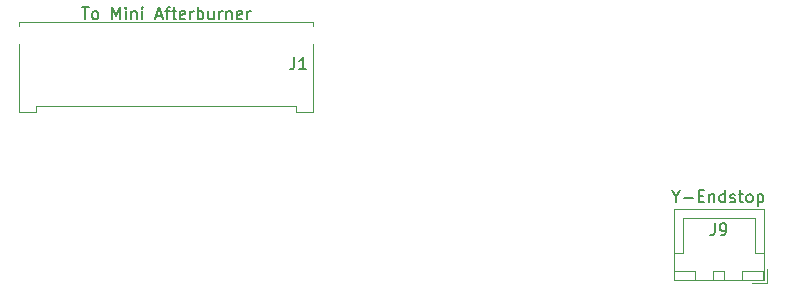
<source format=gbr>
%TF.GenerationSoftware,KiCad,Pcbnew,(6.0.0)*%
%TF.CreationDate,2022-01-12T18:20:28+01:00*%
%TF.ProjectId,Frame_PCB,4672616d-655f-4504-9342-2e6b69636164,rev?*%
%TF.SameCoordinates,Original*%
%TF.FileFunction,Legend,Top*%
%TF.FilePolarity,Positive*%
%FSLAX46Y46*%
G04 Gerber Fmt 4.6, Leading zero omitted, Abs format (unit mm)*
G04 Created by KiCad (PCBNEW (6.0.0)) date 2022-01-12 18:20:28*
%MOMM*%
%LPD*%
G01*
G04 APERTURE LIST*
%ADD10C,0.150000*%
%ADD11C,0.120000*%
G04 APERTURE END LIST*
D10*
X143164571Y-109374190D02*
X143164571Y-109850380D01*
X142831238Y-108850380D02*
X143164571Y-109374190D01*
X143497904Y-108850380D01*
X143831238Y-109469428D02*
X144593142Y-109469428D01*
X145069333Y-109326571D02*
X145402666Y-109326571D01*
X145545523Y-109850380D02*
X145069333Y-109850380D01*
X145069333Y-108850380D01*
X145545523Y-108850380D01*
X145974095Y-109183714D02*
X145974095Y-109850380D01*
X145974095Y-109278952D02*
X146021714Y-109231333D01*
X146116952Y-109183714D01*
X146259809Y-109183714D01*
X146355047Y-109231333D01*
X146402666Y-109326571D01*
X146402666Y-109850380D01*
X147307428Y-109850380D02*
X147307428Y-108850380D01*
X147307428Y-109802761D02*
X147212190Y-109850380D01*
X147021714Y-109850380D01*
X146926476Y-109802761D01*
X146878857Y-109755142D01*
X146831238Y-109659904D01*
X146831238Y-109374190D01*
X146878857Y-109278952D01*
X146926476Y-109231333D01*
X147021714Y-109183714D01*
X147212190Y-109183714D01*
X147307428Y-109231333D01*
X147736000Y-109802761D02*
X147831238Y-109850380D01*
X148021714Y-109850380D01*
X148116952Y-109802761D01*
X148164571Y-109707523D01*
X148164571Y-109659904D01*
X148116952Y-109564666D01*
X148021714Y-109517047D01*
X147878857Y-109517047D01*
X147783619Y-109469428D01*
X147736000Y-109374190D01*
X147736000Y-109326571D01*
X147783619Y-109231333D01*
X147878857Y-109183714D01*
X148021714Y-109183714D01*
X148116952Y-109231333D01*
X148450285Y-109183714D02*
X148831238Y-109183714D01*
X148593142Y-108850380D02*
X148593142Y-109707523D01*
X148640761Y-109802761D01*
X148736000Y-109850380D01*
X148831238Y-109850380D01*
X149307428Y-109850380D02*
X149212190Y-109802761D01*
X149164571Y-109755142D01*
X149116952Y-109659904D01*
X149116952Y-109374190D01*
X149164571Y-109278952D01*
X149212190Y-109231333D01*
X149307428Y-109183714D01*
X149450285Y-109183714D01*
X149545523Y-109231333D01*
X149593142Y-109278952D01*
X149640761Y-109374190D01*
X149640761Y-109659904D01*
X149593142Y-109755142D01*
X149545523Y-109802761D01*
X149450285Y-109850380D01*
X149307428Y-109850380D01*
X150069333Y-109183714D02*
X150069333Y-110183714D01*
X150069333Y-109231333D02*
X150164571Y-109183714D01*
X150355047Y-109183714D01*
X150450285Y-109231333D01*
X150497904Y-109278952D01*
X150545523Y-109374190D01*
X150545523Y-109659904D01*
X150497904Y-109755142D01*
X150450285Y-109802761D01*
X150355047Y-109850380D01*
X150164571Y-109850380D01*
X150069333Y-109802761D01*
X92857142Y-93356380D02*
X93428571Y-93356380D01*
X93142857Y-94356380D02*
X93142857Y-93356380D01*
X93904761Y-94356380D02*
X93809523Y-94308761D01*
X93761904Y-94261142D01*
X93714285Y-94165904D01*
X93714285Y-93880190D01*
X93761904Y-93784952D01*
X93809523Y-93737333D01*
X93904761Y-93689714D01*
X94047619Y-93689714D01*
X94142857Y-93737333D01*
X94190476Y-93784952D01*
X94238095Y-93880190D01*
X94238095Y-94165904D01*
X94190476Y-94261142D01*
X94142857Y-94308761D01*
X94047619Y-94356380D01*
X93904761Y-94356380D01*
X95428571Y-94356380D02*
X95428571Y-93356380D01*
X95761904Y-94070666D01*
X96095238Y-93356380D01*
X96095238Y-94356380D01*
X96571428Y-94356380D02*
X96571428Y-93689714D01*
X96571428Y-93356380D02*
X96523809Y-93404000D01*
X96571428Y-93451619D01*
X96619047Y-93404000D01*
X96571428Y-93356380D01*
X96571428Y-93451619D01*
X97047619Y-93689714D02*
X97047619Y-94356380D01*
X97047619Y-93784952D02*
X97095238Y-93737333D01*
X97190476Y-93689714D01*
X97333333Y-93689714D01*
X97428571Y-93737333D01*
X97476190Y-93832571D01*
X97476190Y-94356380D01*
X97952380Y-94356380D02*
X97952380Y-93689714D01*
X97952380Y-93356380D02*
X97904761Y-93404000D01*
X97952380Y-93451619D01*
X98000000Y-93404000D01*
X97952380Y-93356380D01*
X97952380Y-93451619D01*
X99142857Y-94070666D02*
X99619047Y-94070666D01*
X99047619Y-94356380D02*
X99380952Y-93356380D01*
X99714285Y-94356380D01*
X99904761Y-93689714D02*
X100285714Y-93689714D01*
X100047619Y-94356380D02*
X100047619Y-93499238D01*
X100095238Y-93404000D01*
X100190476Y-93356380D01*
X100285714Y-93356380D01*
X100476190Y-93689714D02*
X100857142Y-93689714D01*
X100619047Y-93356380D02*
X100619047Y-94213523D01*
X100666666Y-94308761D01*
X100761904Y-94356380D01*
X100857142Y-94356380D01*
X101571428Y-94308761D02*
X101476190Y-94356380D01*
X101285714Y-94356380D01*
X101190476Y-94308761D01*
X101142857Y-94213523D01*
X101142857Y-93832571D01*
X101190476Y-93737333D01*
X101285714Y-93689714D01*
X101476190Y-93689714D01*
X101571428Y-93737333D01*
X101619047Y-93832571D01*
X101619047Y-93927809D01*
X101142857Y-94023047D01*
X102047619Y-94356380D02*
X102047619Y-93689714D01*
X102047619Y-93880190D02*
X102095238Y-93784952D01*
X102142857Y-93737333D01*
X102238095Y-93689714D01*
X102333333Y-93689714D01*
X102666666Y-94356380D02*
X102666666Y-93356380D01*
X102666666Y-93737333D02*
X102761904Y-93689714D01*
X102952380Y-93689714D01*
X103047619Y-93737333D01*
X103095238Y-93784952D01*
X103142857Y-93880190D01*
X103142857Y-94165904D01*
X103095238Y-94261142D01*
X103047619Y-94308761D01*
X102952380Y-94356380D01*
X102761904Y-94356380D01*
X102666666Y-94308761D01*
X104000000Y-93689714D02*
X104000000Y-94356380D01*
X103571428Y-93689714D02*
X103571428Y-94213523D01*
X103619047Y-94308761D01*
X103714285Y-94356380D01*
X103857142Y-94356380D01*
X103952380Y-94308761D01*
X104000000Y-94261142D01*
X104476190Y-94356380D02*
X104476190Y-93689714D01*
X104476190Y-93880190D02*
X104523809Y-93784952D01*
X104571428Y-93737333D01*
X104666666Y-93689714D01*
X104761904Y-93689714D01*
X105095238Y-93689714D02*
X105095238Y-94356380D01*
X105095238Y-93784952D02*
X105142857Y-93737333D01*
X105238095Y-93689714D01*
X105380952Y-93689714D01*
X105476190Y-93737333D01*
X105523809Y-93832571D01*
X105523809Y-94356380D01*
X106380952Y-94308761D02*
X106285714Y-94356380D01*
X106095238Y-94356380D01*
X106000000Y-94308761D01*
X105952380Y-94213523D01*
X105952380Y-93832571D01*
X106000000Y-93737333D01*
X106095238Y-93689714D01*
X106285714Y-93689714D01*
X106380952Y-93737333D01*
X106428571Y-93832571D01*
X106428571Y-93927809D01*
X105952380Y-94023047D01*
X106857142Y-94356380D02*
X106857142Y-93689714D01*
X106857142Y-93880190D02*
X106904761Y-93784952D01*
X106952380Y-93737333D01*
X107047619Y-93689714D01*
X107142857Y-93689714D01*
%TO.C,J1*%
X110842666Y-97581380D02*
X110842666Y-98295666D01*
X110795047Y-98438523D01*
X110699809Y-98533761D01*
X110556952Y-98581380D01*
X110461714Y-98581380D01*
X111842666Y-98581380D02*
X111271238Y-98581380D01*
X111556952Y-98581380D02*
X111556952Y-97581380D01*
X111461714Y-97724238D01*
X111366476Y-97819476D01*
X111271238Y-97867095D01*
%TO.C,J9*%
X146422666Y-111644380D02*
X146422666Y-112358666D01*
X146375047Y-112501523D01*
X146279809Y-112596761D01*
X146136952Y-112644380D01*
X146041714Y-112644380D01*
X146946476Y-112644380D02*
X147136952Y-112644380D01*
X147232190Y-112596761D01*
X147279809Y-112549142D01*
X147375047Y-112406285D01*
X147422666Y-112215809D01*
X147422666Y-111834857D01*
X147375047Y-111739619D01*
X147327428Y-111692000D01*
X147232190Y-111644380D01*
X147041714Y-111644380D01*
X146946476Y-111692000D01*
X146898857Y-111739619D01*
X146851238Y-111834857D01*
X146851238Y-112072952D01*
X146898857Y-112168190D01*
X146946476Y-112215809D01*
X147041714Y-112263428D01*
X147232190Y-112263428D01*
X147327428Y-112215809D01*
X147375047Y-112168190D01*
X147422666Y-112072952D01*
D11*
%TO.C,J1*%
X111015000Y-101709000D02*
X88985000Y-101709000D01*
X88985000Y-101709000D02*
X88985000Y-102209000D01*
X88985000Y-102209000D02*
X87565000Y-102209000D01*
X87565000Y-94619000D02*
X87565000Y-94929000D01*
X112435000Y-94929000D02*
X112435000Y-94619000D01*
X112435000Y-102209000D02*
X111015000Y-102209000D01*
X112435000Y-96449000D02*
X112435000Y-102209000D01*
X87565000Y-102209000D02*
X87565000Y-96449000D01*
X112435000Y-94619000D02*
X87565000Y-94619000D01*
X111015000Y-102209000D02*
X111015000Y-101709000D01*
%TO.C,J9*%
X142946000Y-110460000D02*
X142946000Y-116430000D01*
X147256000Y-116420000D02*
X147256000Y-115670000D01*
X142956000Y-116420000D02*
X144756000Y-116420000D01*
X150566000Y-110460000D02*
X142946000Y-110460000D01*
X146256000Y-116420000D02*
X147256000Y-116420000D01*
X142946000Y-116430000D02*
X150566000Y-116430000D01*
X143706000Y-111220000D02*
X146756000Y-111220000D01*
X150556000Y-116420000D02*
X150556000Y-115670000D01*
X146256000Y-115670000D02*
X146256000Y-116420000D01*
X142956000Y-115670000D02*
X142956000Y-116420000D01*
X144756000Y-116420000D02*
X144756000Y-115670000D01*
X149806000Y-114170000D02*
X149806000Y-111220000D01*
X142956000Y-114170000D02*
X143706000Y-114170000D01*
X150566000Y-116430000D02*
X150566000Y-110460000D01*
X150556000Y-114170000D02*
X149806000Y-114170000D01*
X150556000Y-115670000D02*
X148756000Y-115670000D01*
X150856000Y-116720000D02*
X150856000Y-115470000D01*
X148756000Y-116420000D02*
X150556000Y-116420000D01*
X149606000Y-116720000D02*
X150856000Y-116720000D01*
X147256000Y-115670000D02*
X146256000Y-115670000D01*
X144756000Y-115670000D02*
X142956000Y-115670000D01*
X143706000Y-114170000D02*
X143706000Y-111220000D01*
X149806000Y-111220000D02*
X146756000Y-111220000D01*
X148756000Y-115670000D02*
X148756000Y-116420000D01*
%TD*%
M02*

</source>
